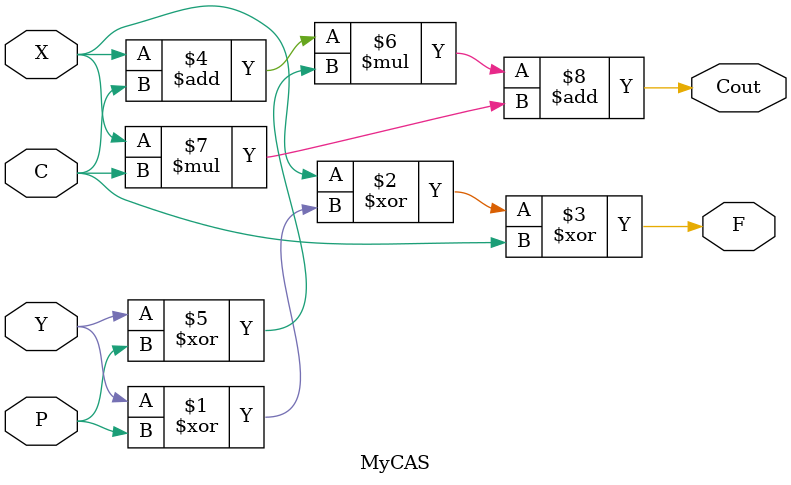
<source format=v>
`timescale 1ns / 1ps


module MyCAS(
    input P,X,Y,C,
    output Cout,F 
    );
    //wire [1:0] sum;
    
    assign F=X^(Y^P)^C;
    assign Cout=(X+C)*(Y^P)+X*C;
    
    //assign sum=C+X;
    //assign {Cout,F}=2'b00+(P==1?Y:Y)+C+X;
  //assign {Cout,F}=2'b00+(P==1?Y-1:Y)+C+X;
    //assign {Cout,F}=sum+(P==1?Y-1:Y);
    
    /*
    always@*
    begin
    {Cout,F}=2'b00+Y^P+C+X;
    end
    */
endmodule

</source>
